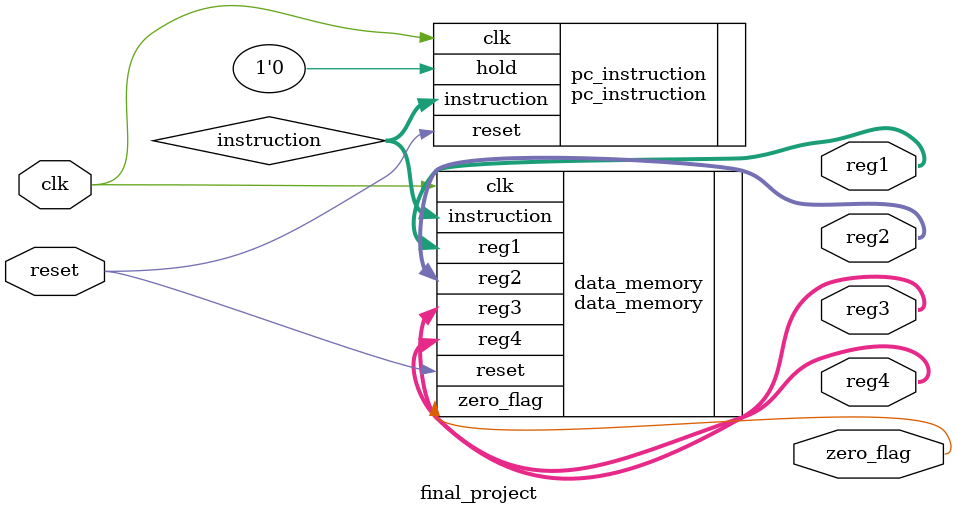
<source format=v>
`timescale 1ns / 1ps
module final_project( input clk, input reset,output zero_flag, output signed [8:0] reg1, output signed [8:0] reg2, output signed [8:0] reg3, output signed [8:0] reg4 );

wire [19:0] instruction;

pc_instruction pc_instruction( .clk(clk), .hold(1'b0), .reset(reset), .instruction(instruction) );
data_memory data_memory( .reset(reset), .clk(clk), .reg1(reg1), .reg2(reg2), .reg3(reg3), .reg4(reg4), .instruction(instruction), .zero_flag(zero_flag) ); // if you need more I/O you can add more

endmodule

</source>
